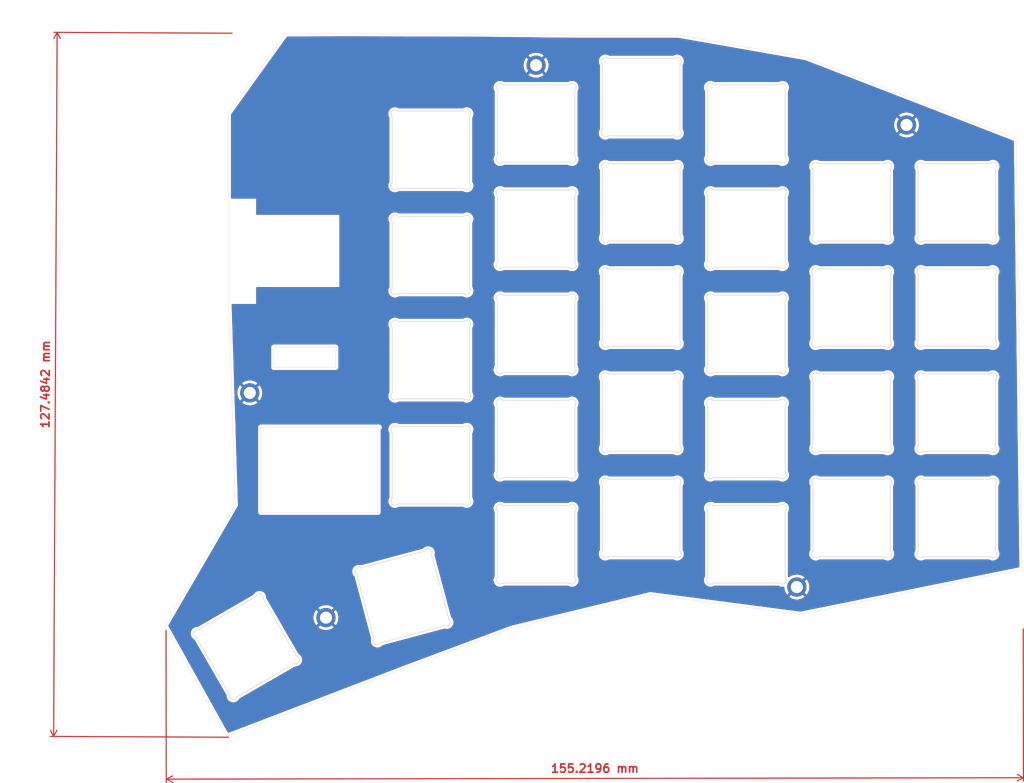
<source format=kicad_pcb>
(kicad_pcb (version 20211014) (generator pcbnew)
  (layers (0 "F.Cu" signal) (31 "B.Cu" signal) (34 "B.Paste" user) (35 "F.Paste" user) (36 "B.SilkS" user "B.Silkscreen") (37 "F.SilkS" user "F.Silkscreen") (38 "B.Mask" user) (39 "F.Mask" user) (44 "Edge.Cuts" user))
  (net 0 "")
  (net 1 "GND")
  (footprint "reversible-kicad-footprints:MX-1U-PlateCutout" (layer "F.Cu") (at 200.025 52.3875)
    (fp_text reference "SW6")
    (fp_text value "SW_Push")
    (fp_line (start -6 -7) (end 6 -7) (layer "Edge.Cuts") (width 0.1))
    (fp_line (start 6 7) (end -6 7) (layer "Edge.Cuts") (width 0.1))
    (fp_line (start -7 6) (end -7 -6) (layer "Edge.Cuts") (width 0.1))
    (fp_line (start 7 -6) (end 7 6) (layer "Edge.Cuts") (width 0.1))
    (fp_arc (start 7 6) (mid 7 7) (end 6 7) (layer "Edge.Cuts") (width 0.1))
    (fp_arc (start -6 7) (mid -7 7) (end -7 6) (layer "Edge.Cuts") (width 0.1))
    (fp_arc (start 6 -7) (mid 7 -7) (end 7 -6) (layer "Edge.Cuts") (width 0.1))
    (fp_arc (start -7 -6) (mid -7 -7) (end -6 -7) (layer "Edge.Cuts") (width 0.1))
  )
  (footprint "reversible-kicad-footprints:MX-1U-PlateCutout" (layer "F.Cu") (at 142.875 76.2)
    (fp_text reference "SW15")
    (fp_text value "SW_Push")
    (fp_line (start -6 -7) (end 6 -7) (layer "Edge.Cuts") (width 0.1))
    (fp_line (start 7 -6) (end 7 6) (layer "Edge.Cuts") (width 0.1))
    (fp_line (start -7 6) (end -7 -6) (layer "Edge.Cuts") (width 0.1))
    (fp_line (start 6 7) (end -6 7) (layer "Edge.Cuts") (width 0.1))
    (fp_arc (start -6 7) (mid -7 7) (end -7 6) (layer "Edge.Cuts") (width 0.1))
    (fp_arc (start 7 6) (mid 7 7) (end 6 7) (layer "Edge.Cuts") (width 0.1))
    (fp_arc (start 6 -7) (mid 7 -7) (end 7 -6) (layer "Edge.Cuts") (width 0.1))
    (fp_arc (start -7 -6) (mid -7 -7) (end -6 -7) (layer "Edge.Cuts") (width 0.1))
  )
  (footprint "reversible-kicad-footprints:MX-1U-PlateCutout" (layer "F.Cu") (at 219.075 52.3875)
    (fp_text reference "SW7")
    (fp_text value "SW_Push")
    (fp_line (start -7 6) (end -7 -6) (layer "Edge.Cuts") (width 0.1))
    (fp_line (start 7 -6) (end 7 6) (layer "Edge.Cuts") (width 0.1))
    (fp_line (start -6 -7) (end 6 -7) (layer "Edge.Cuts") (width 0.1))
    (fp_line (start 6 7) (end -6 7) (layer "Edge.Cuts") (width 0.1))
    (fp_arc (start -7 -6) (mid -7 -7) (end -6 -7) (layer "Edge.Cuts") (width 0.1))
    (fp_arc (start -6 7) (mid -7 7) (end -7 6) (layer "Edge.Cuts") (width 0.1))
    (fp_arc (start 7 6) (mid 7 7) (end 6 7) (layer "Edge.Cuts") (width 0.1))
    (fp_arc (start 6 -7) (mid 7 -7) (end 7 -6) (layer "Edge.Cuts") (width 0.1))
  )
  (footprint "reversible-kicad-footprints:MX-1U-PlateCutout" (layer "F.Cu") (at 142.875 114.3)
    (fp_text reference "SW27")
    (fp_text value "SW_Push")
    (fp_line (start 7 -6) (end 7 6) (layer "Edge.Cuts") (width 0.1))
    (fp_line (start -7 6) (end -7 -6) (layer "Edge.Cuts") (width 0.1))
    (fp_line (start 6 7) (end -6 7) (layer "Edge.Cuts") (width 0.1))
    (fp_line (start -6 -7) (end 6 -7) (layer "Edge.Cuts") (width 0.1))
    (fp_arc (start -7 -6) (mid -7 -7) (end -6 -7) (layer "Edge.Cuts") (width 0.1))
    (fp_arc (start -6 7) (mid -7 7) (end -7 6) (layer "Edge.Cuts") (width 0.1))
    (fp_arc (start 7 6) (mid 7 7) (end 6 7) (layer "Edge.Cuts") (width 0.1))
    (fp_arc (start 6 -7) (mid 7 -7) (end 7 -6) (layer "Edge.Cuts") (width 0.1))
  )
  (footprint "reversible-kicad-footprints:MX-1U-PlateCutout" (layer "F.Cu") (at 123.825 80.9625)
    (fp_text reference "SW14")
    (fp_text value "SW_Push")
    (fp_line (start -6 -7) (end 6 -7) (layer "Edge.Cuts") (width 0.1))
    (fp_line (start 7 -6) (end 7 6) (layer "Edge.Cuts") (width 0.1))
    (fp_line (start -7 6) (end -7 -6) (layer "Edge.Cuts") (width 0.1))
    (fp_line (start 6 7) (end -6 7) (layer "Edge.Cuts") (width 0.1))
    (fp_arc (start 7 6) (mid 7 7) (end 6 7) (layer "Edge.Cuts") (width 0.1))
    (fp_arc (start -6 7) (mid -7 7) (end -7 6) (layer "Edge.Cuts") (width 0.1))
    (fp_arc (start -7 -6) (mid -7 -7) (end -6 -7) (layer "Edge.Cuts") (width 0.1))
    (fp_arc (start 6 -7) (mid 7 -7) (end 7 -6) (layer "Edge.Cuts") (width 0.1))
  )
  (footprint "reversible-kicad-footprints:MX-1U-PlateCutout" (layer "F.Cu") (at 161.925 52.3875)
    (fp_text reference "SW10")
    (fp_text value "SW_Push")
    (fp_line (start -7 6) (end -7 -6) (layer "Edge.Cuts") (width 0.1))
    (fp_line (start -6 -7) (end 6 -7) (layer "Edge.Cuts") (width 0.1))
    (fp_line (start 6 7) (end -6 7) (layer "Edge.Cuts") (width 0.1))
    (fp_line (start 7 -6) (end 7 6) (layer "Edge.Cuts") (width 0.1))
    (fp_arc (start -7 -6) (mid -7 -7) (end -6 -7) (layer "Edge.Cuts") (width 0.1))
    (fp_arc (start 7 6) (mid 7 7) (end 6 7) (layer "Edge.Cuts") (width 0.1))
    (fp_arc (start 6 -7) (mid 7 -7) (end 7 -6) (layer "Edge.Cuts") (width 0.1))
    (fp_arc (start -6 7) (mid -7 7) (end -7 6) (layer "Edge.Cuts") (width 0.1))
  )
  (footprint "reversible-kicad-footprints:MX-1U-PlateCutout" (layer "F.Cu") (at 180.975 95.25)
    (fp_text reference "SW23")
    (fp_text value "SW_Push")
    (fp_line (start -7 6) (end -7 -6) (layer "Edge.Cuts") (width 0.1))
    (fp_line (start 6 7) (end -6 7) (layer "Edge.Cuts") (width 0.1))
    (fp_line (start -6 -7) (end 6 -7) (layer "Edge.Cuts") (width 0.1))
    (fp_line (start 7 -6) (end 7 6) (layer "Edge.Cuts") (width 0.1))
    (fp_arc (start -6 7) (mid -7 7) (end -7 6) (layer "Edge.Cuts") (width 0.1))
    (fp_arc (start 6 -7) (mid 7 -7) (end 7 -6) (layer "Edge.Cuts") (width 0.1))
    (fp_arc (start 7 6) (mid 7 7) (end 6 7) (layer "Edge.Cuts") (width 0.1))
    (fp_arc (start -7 -6) (mid -7 -7) (end -6 -7) (layer "Edge.Cuts") (width 0.1))
  )
  (footprint "MountingHole:MountingHole_2.2mm_M2_ISO7380_Pad" (layer "F.Cu") (at 104.8258 127.5842)
    (fp_text reference "H3" hide)
    (fp_text value "MountingHole")
    (pad "1" thru_hole circle locked (at 0 0) (size 3.5 3.5) (drill 2.2) (layers *.Cu *.Mask) (net 1 "GND"))
  )
  (footprint "reversible-kicad-footprints:MX-1U-PlateCutout" (layer "F.Cu") (at 180.975 76.2)
    (fp_text reference "SW17")
    (fp_text value "SW_Push")
    (fp_line (start -7 6) (end -7 -6) (layer "Edge.Cuts") (width 0.1))
    (fp_line (start -6 -7) (end 6 -7) (layer "Edge.Cuts") (width 0.1))
    (fp_line (start 7 -6) (end 7 6) (layer "Edge.Cuts") (width 0.1))
    (fp_line (start 6 7) (end -6 7) (layer "Edge.Cuts") (width 0.1))
    (fp_arc (start 7 6) (mid 7 7) (end 6 7) (layer "Edge.Cuts") (width 0.1))
    (fp_arc (start 6 -7) (mid 7 -7) (end 7 -6) (layer "Edge.Cuts") (width 0.1))
    (fp_arc (start -7 -6) (mid -7 -7) (end -6 -7) (layer "Edge.Cuts") (width 0.1))
    (fp_arc (start -6 7) (mid -7 7) (end -7 6) (layer "Edge.Cuts") (width 0.1))
  )
  (footprint "Library:hakea-small-mask" (layer "F.Cu") (at 102.5906 39.624)
    (fp_text reference "G***" hide)
    (fp_text value "LOGO" hide)
  )
  (footprint "reversible-kicad-footprints:MX-1U-PlateCutout" (layer "F.Cu") (at 123.825 100.0125)
    (fp_text reference "SW20")
    (fp_text value "SW_Push")
    (fp_line (start 6 7) (end -6 7) (layer "Edge.Cuts") (width 0.1))
    (fp_line (start 7 -6) (end 7 6) (layer "Edge.Cuts") (width 0.1))
    (fp_line (start -6 -7) (end 6 -7) (layer "Edge.Cuts") (width 0.1))
    (fp_line (start -7 6) (end -7 -6) (layer "Edge.Cuts") (width 0.1))
    (fp_arc (start -7 -6) (mid -7 -7) (end -6 -7) (layer "Edge.Cuts") (width 0.1))
    (fp_arc (start 6 -7) (mid 7 -7) (end 7 -6) (layer "Edge.Cuts") (width 0.1))
    (fp_arc (start -6 7) (mid -7 7) (end -7 6) (layer "Edge.Cuts") (width 0.1))
    (fp_arc (start 7 6) (mid 7 7) (end 6 7) (layer "Edge.Cuts") (width 0.1))
  )
  (footprint "reversible-kicad-footprints:MX-1U-PlateCutout" (layer "F.Cu") (at 180.975 38.1)
    (fp_text reference "SW5")
    (fp_text value "SW_Push")
    (fp_line (start -7 6) (end -7 -6) (layer "Edge.Cuts") (width 0.1))
    (fp_line (start 6 7) (end -6 7) (layer "Edge.Cuts") (width 0.1))
    (fp_line (start -6 -7) (end 6 -7) (layer "Edge.Cuts") (width 0.1))
    (fp_line (start 7 -6) (end 7 6) (layer "Edge.Cuts") (width 0.1))
    (fp_arc (start 7 6) (mid 7 7) (end 6 7) (layer "Edge.Cuts") (width 0.1))
    (fp_arc (start 6 -7) (mid 7 -7) (end 7 -6) (layer "Edge.Cuts") (width 0.1))
    (fp_arc (start -6 7) (mid -7 7) (end -7 6) (layer "Edge.Cuts") (width 0.1))
    (fp_arc (start -7 -6) (mid -7 -7) (end -6 -7) (layer "Edge.Cuts") (width 0.1))
  )
  (footprint "reversible-kicad-footprints:MX-1U-PlateCutout" (layer "F.Cu") (at 219.075 71.4375)
    (fp_text reference "SW13")
    (fp_text value "SW_Push")
    (fp_line (start 6 7) (end -6 7) (layer "Edge.Cuts") (width 0.1))
    (fp_line (start -6 -7) (end 6 -7) (layer "Edge.Cuts") (width 0.1))
    (fp_line (start -7 6) (end -7 -6) (layer "Edge.Cuts") (width 0.1))
    (fp_line (start 7 -6) (end 7 6) (layer "Edge.Cuts") (width 0.1))
    (fp_arc (start -6 7) (mid -7 7) (end -7 6) (layer "Edge.Cuts") (width 0.1))
    (fp_arc (start 7 6) (mid 7 7) (end 6 7) (layer "Edge.Cuts") (width 0.1))
    (fp_arc (start -7 -6) (mid -7 -7) (end -6 -7) (layer "Edge.Cuts") (width 0.1))
    (fp_arc (start 6 -7) (mid 7 -7) (end 7 -6) (layer "Edge.Cuts") (width 0.1))
  )
  (footprint "MountingHole:MountingHole_2.2mm_M2_ISO7380_Pad" (layer "F.Cu") (at 209.9564 38.3794)
    (fp_text reference "H5" hide)
    (fp_text value "MountingHole")
    (pad "1" thru_hole circle locked (at 0 0) (size 3.5 3.5) (drill 2.2) (layers *.Cu *.Mask) (net 1 "GND"))
  )
  (footprint "reversible-kicad-footprints:MX-1U-PlateCutout" (layer "F.Cu") (at 161.925 90.4875)
    (fp_text reference "SW22")
    (fp_text value "SW_Push")
    (fp_line (start -7 6) (end -7 -6) (layer "Edge.Cuts") (width 0.1))
    (fp_line (start -6 -7) (end 6 -7) (layer "Edge.Cuts") (width 0.1))
    (fp_line (start 6 7) (end -6 7) (layer "Edge.Cuts") (width 0.1))
    (fp_line (start 7 -6) (end 7 6) (layer "Edge.Cuts") (width 0.1))
    (fp_arc (start -6 7) (mid -7 7) (end -7 6) (layer "Edge.Cuts") (width 0.1))
    (fp_arc (start 6 -7) (mid 7 -7) (end 7 -6) (layer "Edge.Cuts") (width 0.1))
    (fp_arc (start 7 6) (mid 7 7) (end 6 7) (layer "Edge.Cuts") (width 0.1))
    (fp_arc (start -7 -6) (mid -7 -7) (end -6 -7) (layer "Edge.Cuts") (width 0.1))
  )
  (footprint "reversible-kicad-footprints:MX-1U-PlateCutout" (layer "F.Cu") (at 219.075 109.5375)
    (fp_text reference "SW25")
    (fp_text value "SW_Push")
    (fp_line (start -6 -7) (end 6 -7) (layer "Edge.Cuts") (width 0.1))
    (fp_line (start 6 7) (end -6 7) (layer "Edge.Cuts") (width 0.1))
    (fp_line (start 7 -6) (end 7 6) (layer "Edge.Cuts") (width 0.1))
    (fp_line (start -7 6) (end -7 -6) (layer "Edge.Cuts") (width 0.1))
    (fp_arc (start -6 7) (mid -7 7) (end -7 6) (layer "Edge.Cuts") (width 0.1))
    (fp_arc (start 7 6) (mid 7 7) (end 6 7) (layer "Edge.Cuts") (width 0.1))
    (fp_arc (start -7 -6) (mid -7 -7) (end -6 -7) (layer "Edge.Cuts") (width 0.1))
    (fp_arc (start 6 -7) (mid 7 -7) (end 7 -6) (layer "Edge.Cuts") (width 0.1))
  )
  (footprint "reversible-kicad-footprints:MX-1U-PlateCutout" (layer "F.Cu") (at 200.025 109.5375)
    (fp_text reference "SW24")
    (fp_text value "SW_Push")
    (fp_line (start 7 -6) (end 7 6) (layer "Edge.Cuts") (width 0.1))
    (fp_line (start -6 -7) (end 6 -7) (layer "Edge.Cuts") (width 0.1))
    (fp_line (start -7 6) (end -7 -6) (layer "Edge.Cuts") (width 0.1))
    (fp_line (start 6 7) (end -6 7) (layer "Edge.Cuts") (width 0.1))
    (fp_arc (start 7 6) (mid 7 7) (end 6 7) (layer "Edge.Cuts") (width 0.1))
    (fp_arc (start -7 -6) (mid -7 -7) (end -6 -7) (layer "Edge.Cuts") (width 0.1))
    (fp_arc (start -6 7) (mid -7 7) (end -7 6) (layer "Edge.Cuts") (width 0.1))
    (fp_arc (start 6 -7) (mid 7 -7) (end 7 -6) (layer "Edge.Cuts") (width 0.1))
  )
  (footprint "reversible-kicad-footprints:MX-1U-PlateCutout" (layer "F.Cu") (at 161.925 71.4375)
    (fp_text reference "SW16")
    (fp_text value "SW_Push")
    (fp_line (start -7 6) (end -7 -6) (layer "Edge.Cuts") (width 0.1))
    (fp_line (start -6 -7) (end 6 -7) (layer "Edge.Cuts") (width 0.1))
    (fp_line (start 7 -6) (end 7 6) (layer "Edge.Cuts") (width 0.1))
    (fp_line (start 6 7) (end -6 7) (layer "Edge.Cuts") (width 0.1))
    (fp_arc (start 6 -7) (mid 7 -7) (end 7 -6) (layer "Edge.Cuts") (width 0.1))
    (fp_arc (start -7 -6) (mid -7 -7) (end -6 -7) (layer "Edge.Cuts") (width 0.1))
    (fp_arc (start 7 6) (mid 7 7) (end 6 7) (layer "Edge.Cuts") (width 0.1))
    (fp_arc (start -6 7) (mid -7 7) (end -7 6) (layer "Edge.Cuts") (width 0.1))
  )
  (footprint "reversible-kicad-footprints:MX-1U-PlateCutout" (layer "F.Cu") (at 123.825 61.9125)
    (fp_text reference "SW8")
    (fp_text value "SW_Push")
    (fp_line (start 7 -6) (end 7 6) (layer "Edge.Cuts") (width 0.1))
    (fp_line (start 6 7) (end -6 7) (layer "Edge.Cuts") (width 0.1))
    (fp_line (start -6 -7) (end 6 -7) (layer "Edge.Cuts") (width 0.1))
    (fp_line (start -7 6) (end -7 -6) (layer "Edge.Cuts") (width 0.1))
    (fp_arc (start 7 6) (mid 7 7) (end 6 7) (layer "Edge.Cuts") (width 0.1))
    (fp_arc (start -6 7) (mid -7 7) (end -7 6) (layer "Edge.Cuts") (width 0.1))
    (fp_arc (start -7 -6) (mid -7 -7) (end -6 -7) (layer "Edge.Cuts") (width 0.1))
    (fp_arc (start 6 -7) (mid 7 -7) (end 7 -6) (layer "Edge.Cuts") (width 0.1))
  )
  (footprint "reversible-kicad-footprints:MX-1U-PlateCutout" (layer "F.Cu") (at 123.825 42.8625)
    (fp_text reference "SW2")
    (fp_text value "SW_Push")
    (fp_line (start -7 6) (end -7 -6) (layer "Edge.Cuts") (width 0.1))
    (fp_line (start -6 -7) (end 6 -7) (layer "Edge.Cuts") (width 0.1))
    (fp_line (start 6 7) (end -6 7) (layer "Edge.Cuts") (width 0.1))
    (fp_line (start 7 -6) (end 7 6) (layer "Edge.Cuts") (width 0.1))
    (fp_arc (start -7 -6) (mid -7 -7) (end -6 -7) (layer "Edge.Cuts") (width 0.1))
    (fp_arc (start 7 6) (mid 7 7) (end 6 7) (layer "Edge.Cuts") (width 0.1))
    (fp_arc (start 6 -7) (mid 7 -7) (end 7 -6) (layer "Edge.Cuts") (width 0.1))
    (fp_arc (start -6 7) (mid -7 7) (end -7 6) (layer "Edge.Cuts") (width 0.1))
  )
  (footprint "reversible-kicad-footprints:MX-1U-PlateCutout" (layer "F.Cu") (at 142.875 57.15)
    (fp_text reference "SW9")
    (fp_text value "SW_Push")
    (fp_line (start 7 -6) (end 7 6) (layer "Edge.Cuts") (width 0.1))
    (fp_line (start 6 7) (end -6 7) (layer "Edge.Cuts") (width 0.1))
    (fp_line (start -7 6) (end -7 -6) (layer "Edge.Cuts") (width 0.1))
    (fp_line (start -6 -7) (end 6 -7) (layer "Edge.Cuts") (width 0.1))
    (fp_arc (start -6 7) (mid -7 7) (end -7 6) (layer "Edge.Cuts") (width 0.1))
    (fp_arc (start 7 6) (mid 7 7) (end 6 7) (layer "Edge.Cuts") (width 0.1))
    (fp_arc (start 6 -7) (mid 7 -7) (end 7 -6) (layer "Edge.Cuts") (width 0.1))
    (fp_arc (start -7 -6) (mid -7 -7) (end -6 -7) (layer "Edge.Cuts") (width 0.1))
  )
  (footprint "reversible-kicad-footprints:MX-1U-PlateCutout" (layer "F.Cu") (at 142.875 38.1)
    (fp_text reference "SW3")
    (fp_text value "SW_Push")
    (fp_line (start -7 6) (end -7 -6) (layer "Edge.Cuts") (width 0.1))
    (fp_line (start 6 7) (end -6 7) (layer "Edge.Cuts") (width 0.1))
    (fp_line (start -6 -7) (end 6 -7) (layer "Edge.Cuts") (width 0.1))
    (fp_line (start 7 -6) (end 7 6) (layer "Edge.Cuts") (width 0.1))
    (fp_arc (start 6 -7) (mid 7 -7) (end 7 -6) (layer "Edge.Cuts") (width 0.1))
    (fp_arc (start -7 -6) (mid -7 -7) (end -6 -7) (layer "Edge.Cuts") (width 0.1))
    (fp_arc (start 7 6) (mid 7 7) (end 6 7) (layer "Edge.Cuts") (width 0.1))
    (fp_arc (start -6 7) (mid -7 7) (end -7 6) (layer "Edge.Cuts") (width 0.1))
  )
  (footprint "reversible-kicad-footprints:MX-1U-PlateCutout" (layer "F.Cu") (at 161.925 109.5375)
    (fp_text reference "SW30")
    (fp_text value "SW_Push")
    (fp_line (start -7 6) (end -7 -6) (layer "Edge.Cuts") (width 0.1))
    (fp_line (start 7 -6) (end 7 6) (layer "Edge.Cuts") (width 0.1))
    (fp_line (start -6 -7) (end 6 -7) (layer "Edge.Cuts") (width 0.1))
    (fp_line (start 6 7) (end -6 7) (layer "Edge.Cuts") (width 0.1))
    (fp_arc (start 6 -7) (mid 7 -7) (end 7 -6) (layer "Edge.Cuts") (width 0.1))
    (fp_arc (start -7 -6) (mid -7 -7) (end -6 -7) (layer "Edge.Cuts") (width 0.1))
    (fp_arc (start 7 6) (mid 7 7) (end 6 7) (layer "Edge.Cuts") (width 0.1))
    (fp_arc (start -6 7) (mid -7 7) (end -7 6) (layer "Edge.Cuts") (width 0.1))
  )
  (footprint "reversible-kicad-footprints:MX-1U-PlateCutout" (layer "F.Cu") (at 219.075 90.4875)
    (fp_text reference "SW19")
    (fp_text value "SW_Push")
    (fp_line (start 7 -6) (end 7 6) (layer "Edge.Cuts") (width 0.1))
    (fp_line (start -7 6) (end -7 -6) (layer "Edge.Cuts") (width 0.1))
    (fp_line (start 6 7) (end -6 7) (layer "Edge.Cuts") (width 0.1))
    (fp_line (start -6 -7) (end 6 -7) (layer "Edge.Cuts") (width 0.1))
    (fp_arc (start -6 7) (mid -7 7) (end -7 6) (layer "Edge.Cuts") (width 0.1))
    (fp_arc (start -7 -6) (mid -7 -7) (end -6 -7) (layer "Edge.Cuts") (width 0.1))
    (fp_arc (start 7 6) (mid 7 7) (end 6 7) (layer "Edge.Cuts") (width 0.1))
    (fp_arc (start 6 -7) (mid 7 -7) (end 7 -6) (layer "Edge.Cuts") (width 0.1))
  )
  (footprint "reversible-kicad-footprints:MX-1U-PlateCutout" (layer "F.Cu") (at 180.975 57.15)
    (fp_text reference "SW11")
    (fp_text value "SW_Push")
    (fp_line (start -6 -7) (end 6 -7) (layer "Edge.Cuts") (width 0.1))
    (fp_line (start 6 7) (end -6 7) (layer "Edge.Cuts") (width 0.1))
    (fp_line (start 7 -6) (end 7 6) (layer "Edge.Cuts") (width 0.1))
    (fp_line (start -7 6) (end -7 -6) (layer "Edge.Cuts") (width 0.1))
    (fp_arc (start 7 6) (mid 7 7) (end 6 7) (layer "Edge.Cuts") (width 0.1))
    (fp_arc (start -6 7) (mid -7 7) (end -7 6) (layer "Edge.Cuts") (width 0.1))
    (fp_arc (start 6 -7) (mid 7 -7) (end 7 -6) (layer "Edge.Cuts") (width 0.1))
    (fp_arc (start -7 -6) (mid -7 -7) (end -6 -7) (layer "Edge.Cuts") (width 0.1))
  )
  (footprint "Library:tkw-small" (layer "F.Cu") (at 100.4062 118.5164)
    (fp_text reference "G***" hide)
    (fp_text value "LOGO" hide)
  )
  (footprint "reversible-kicad-footprints:MX-1U-PlateCutout" (layer "F.Cu") (at 180.975 114.3)
    (fp_text reference "SW29")
    (fp_text value "SW_Push")
    (fp_line (start 7 -6) (end 7 6) (layer "Edge.Cuts") (width 0.1))
    (fp_line (start 6 7) (end -6 7) (layer "Edge.Cuts") (width 0.1))
    (fp_line (start -7 6) (end -7 -6) (layer "Edge.Cuts") (width 0.1))
    (fp_line (start -6 -7) (end 6 -7) (layer "Edge.Cuts") (width 0.1))
    (fp_arc (start 6 -7) (mid 7 -7) (end 7 -6) (layer "Edge.Cuts") (width 0.1))
    (fp_arc (start 7 6) (mid 7 7) (end 6 7) (layer "Edge.Cuts") (width 0.1))
    (fp_arc (start -7 -6) (mid -7 -7) (end -6 -7) (layer "Edge.Cuts") (width 0.1))
    (fp_arc (start -6 7) (mid -7 7) (end -7 6) (layer "Edge.Cuts") (width 0.1))
  )
  (footprint "reversible-kicad-footprints:MX-1U-PlateCutout" (layer "F.Cu") (at 142.875 95.25)
    (fp_text reference "SW21")
    (fp_text value "SW_Push")
    (fp_line (start -6 -7) (end 6 -7) (layer "Edge.Cuts") (width 0.1))
    (fp_line (start -7 6) (end -7 -6) (layer "Edge.Cuts") (width 0.1))
    (fp_line (start 7 -6) (end 7 6) (layer "Edge.Cuts") (width 0.1))
    (fp_line (start 6 7) (end -6 7) (layer "Edge.Cuts") (width 0.1))
    (fp_arc (start -6 7) (mid -7 7) (end -7 6) (layer "Edge.Cuts") (width 0.1))
    (fp_arc (start 7 6) (mid 7 7) (end 6 7) (layer "Edge.Cuts") (width 0.1))
    (fp_arc (start -7 -6) (mid -7 -7) (end -6 -7) (layer "Edge.Cuts") (width 0.1))
    (fp_arc (start 6 -7) (mid 7 -7) (end 7 -6) (layer "Edge.Cuts") (width 0.1))
  )
  (footprint "reversible-kicad-footprints:MX-1U-PlateCutout" (layer "F.Cu") (at 161.925 33.3375)
    (fp_text reference "SW4")
    (fp_text value "SW_Push")
    (fp_line (start -7 6) (end -7 -6) (layer "Edge.Cuts") (width 0.1))
    (fp_line (start -6 -7) (end 6 -7) (layer "Edge.Cuts") (width 0.1))
    (fp_line (start 6 7) (end -6 7) (layer "Edge.Cuts") (width 0.1))
    (fp_line (start 7 -6) (end 7 6) (layer "Edge.Cuts") (width 0.1))
    (fp_arc (start 6 -7) (mid 7 -7) (end 7 -6) (layer "Edge.Cuts") (width 0.1))
    (fp_arc (start -6 7) (mid -7 7) (end -7 6) (layer "Edge.Cuts") (width 0.1))
    (fp_arc (start -7 -6) (mid -7 -7) (end -6 -7) (layer "Edge.Cuts") (width 0.1))
    (fp_arc (start 7 6) (mid 7 7) (end 6 7) (layer "Edge.Cuts") (width 0.1))
  )
  (footprint "MountingHole:MountingHole_2.2mm_M2_ISO7380_Pad" (layer "F.Cu") (at 190.0936 122.047)
    (fp_text reference "H4" hide)
    (fp_text value "MountingHole")
    (pad "1" thru_hole circle locked (at 0 0) (size 3.5 3.5) (drill 2.2) (layers *.Cu *.Mask) (net 1 "GND"))
  )
  (footprint "MountingHole:MountingHole_2.2mm_M2_ISO7380_Pad" (layer "F.Cu") (at 142.875 27.559)
    (fp_text reference "H6" hide)
    (fp_text value "MountingHole")
    (pad "1" thru_hole circle locked (at 0 0) (size 3.5 3.5) (drill 2.2) (layers *.Cu *.Mask) (net 1 "GND"))
  )
  (footprint "reversible-kicad-footprints:MX-1U-PlateCutout" (layer "F.Cu") (at 200.025 71.4375)
    (fp_text reference "SW12")
    (fp_text value "SW_Push")
    (fp_line (start -7 6) (end -7 -6) (layer "Edge.Cuts") (width 0.1))
    (fp_line (start 7 -6) (end 7 6) (layer "Edge.Cuts") (width 0.1))
    (fp_line (start 6 7) (end -6 7) (layer "Edge.Cuts") (width 0.1))
    (fp_line (start -6 -7) (end 6 -7) (layer "Edge.Cuts") (width 0.1))
    (fp_arc (start 6 -7) (mid 7 -7) (end 7 -6) (layer "Edge.Cuts") (width 0.1))
    (fp_arc (start -6 7) (mid -7 7) (end -7 6) (layer "Edge.Cuts") (width 0.1))
    (fp_arc (start 7 6) (mid 7 7) (end 6 7) (layer "Edge.Cuts") (width 0.1))
    (fp_arc (start -7 -6) (mid -7 -7) (end -6 -7) (layer "Edge.Cuts") (width 0.1))
  )
  (footprint "reversible-kicad-footprints:MX-1U-PlateCutout" (layer "F.Cu") (at 200.025 90.4875)
    (fp_text reference "SW18")
    (fp_text value "SW_Push")
    (fp_line (start 7 -6) (end 7 6) (layer "Edge.Cuts") (width 0.1))
    (fp_line (start -6 -7) (end 6 -7) (layer "Edge.Cuts") (width 0.1))
    (fp_line (start -7 6) (end -7 -6) (layer "Edge.Cuts") (width 0.1))
    (fp_line (start 6 7) (end -6 7) (layer "Edge.Cuts") (width 0.1))
    (fp_arc (start 7 6) (mid 7 7) (end 6 7) (layer "Edge.Cuts") (width 0.1))
    (fp_arc (start -7 -6) (mid -7 -7) (end -6 -7) (layer "Edge.Cuts") (width 0.1))
    (fp_arc (start 6 -7) (mid 7 -7) (end 7 -6) (layer "Edge.Cuts") (width 0.1))
    (fp_arc (start -6 7) (mid -7 7) (end -7 6) (layer "Edge.Cuts") (width 0.1))
  )
  (footprint "reversible-kicad-footprints:MX-1U-PlateCutout" (layer "F.Cu") (at 118.745 123.825 15)
    (fp_text reference "SW26")
    (fp_text value "SW_Push")
    (fp_line (start 7 -6) (end 7 6) (layer "Edge.Cuts") (width 0.1))
    (fp_line (start 6 7) (end -6 7) (layer "Edge.Cuts") (width 0.1))
    (fp_line (start -6 -7) (end 6 -7) (layer "Edge.Cuts") (width 0.1))
    (fp_line (start -7 6) (end -7 -6) (layer "Edge.Cuts") (width 0.1))
    (fp_arc (start -7 -6) (mid -7 -7) (end -6 -7) (layer "Edge.Cuts") (width 0.1))
    (fp_arc (start 6 -7) (mid 7 -7) (end 7 -6) (layer "Edge.Cuts") (width 0.1))
    (fp_arc (start 7 6) (mid 7 7) (end 6 7) (layer "Edge.Cuts") (width 0.1))
    (fp_arc (start -6 7) (mid -7 7) (end -7 6) (layer "Edge.Cuts") (width 0.1))
  )
  (footprint "reversible-kicad-footprints:MX-1U-PlateCutout" (layer "F.Cu") (at 90.424 132.842 30)
    (fp_text reference "SW28")
    (fp_text value "SW_Push")
    (fp_line (start 6 7) (end -6 7) (layer "Edge.Cuts") (width 0.1))
    (fp_line (start -7 6) (end -7 -6) (layer "Edge.Cuts") (width 0.1))
    (fp_line (start -6 -7) (end 6 -7) (layer "Edge.Cuts") (width 0.1))
    (fp_line (start 7 -6) (end 7 6) (layer "Edge.Cuts") (width 0.1))
    (fp_arc (start -6 7) (mid -7 7) (end -7 6) (layer "Edge.Cuts") (width 0.1))
    (fp_arc (start -7 -6) (mid -7 -7) (end -6 -7) (layer "Edge.Cuts") (width 0.1))
    (fp_arc (start 7 6) (mid 7 7) (end 6 7) (layer "Edge.Cuts") (width 0.1))
    (fp_arc (start 6 -7) (mid 7 -7) (end 7 -6) (layer "Edge.Cuts") (width 0.1))
  )
  (footprint "MountingHole:MountingHole_2.2mm_M2_ISO7380_Pad" (layer "F.Cu") (at 91.0336 86.8934)
    (fp_text reference "H2" hide)
    (fp_text value "MountingHole")
    (pad "1" thru_hole circle locked (at 0 0) (size 3.5 3.5) (drill 2.2) (layers *.Cu *.Mask) (net 1 "GND"))
  )
  (footprint "Library:hakea-small-mask" (layer "B.Cu") (at 102.5906 39.5732 180)
    (fp_text reference "G***" hide)
    (fp_text value "LOGO" hide)
  )
  (footprint "Library:tkw-small" (layer "B.Cu") (at 100.3554 118.4402 180)
    (fp_text reference "G***" hide)
    (fp_text value "LOGO" hide)
  )
  (gr_line (start 106.5784 82.2452) (end 95.4024 82.2452) (layer "Edge.Cuts") (width 0.05))
  (gr_line (start 114.2492 108.4834) (end 93.0402 108.4834) (layer "Edge.Cuts") (width 0.05))
  (gr_line (start 93.0402 108.4834) (end 93.0402 93.1164) (layer "Edge.Cuts") (width 0.05))
  (gr_line (start 95.4024 78.6384) (end 106.5784 78.6384) (layer "Edge.Cuts") (width 0.05))
  (gr_line (start 95.4024 82.2452) (end 95.4024 78.6384) (layer "Edge.Cuts") (width 0.05))
  (gr_line (start 106.5784 78.6384) (end 106.5784 82.2452) (layer "Edge.Cuts") (width 0.05))
  (gr_line (start 114.2492 93.1164) (end 114.2492 108.4834) (layer "Edge.Cuts") (width 0.05))
  (gr_line (start 93.0402 93.1164) (end 114.2492 93.1164) (layer "Edge.Cuts") (width 0.05))
  (gr_poly (pts (xy 131.1656 21.8948) (xy 132.207 21.8948) (xy 151.13 22.098) (xy 168.656 22.098) (xy 191.77 26.162) (xy 229.87 40.894) (xy 230.886 118.872) (xy 190.754 127) (xy 163.576 123.444) (xy 138.43 129.54) (xy 119.38 136.652) (xy 86.868 149.098) (xy 75.692 129.032) (xy 88.392 107.188) (xy 87.122 66.802) (xy 87.122 36.322) (xy 97.536 21.844) (xy 99.949 21.844) (xy 100.838 21.844) (xy 108.5088 21.8186) (xy 109.1184 21.8186) (xy 127.254 21.8694) (xy 127.6858 21.8694)) (layer "Edge.Cuts") (width 0.05) (fill none))
  (dimension (type aligned) (layer "F.Cu") (pts (xy 75.8698 129.3876) (xy 231.0892 129.1336)) (height 27.438896) (gr_text "155.2196 mm" (at 153.521455 154.899461 0.09375835112) (layer "F.Cu") (effects (font (size 1.5 1.5) (thickness 0.3)))) (format (units 3) (units_format 1) (precision 4)) (style (thickness 0.2) (arrow_length 1.27) (text_position_mode 0) (extension_height 0.58642) (extension_offset 0.5) keep_text_aligned))
  (dimension (type aligned) (layer "F.Cu") (pts (xy 87.7062 149.2504) (xy 88.3412 21.7678)) (height -32.190353) (gr_text "127.4842 mm" (at 54.033768 85.339794 89.71460796) (layer "F.Cu") (effects (font (size 1.5 1.5) (thickness 0.3)))) (format (units 3) (units_format 1) (precision 4)) (style (thickness 0.2) (arrow_length 1.27) (text_position_mode 0) (extension_height 0.58642) (extension_offset 0.5) keep_text_aligned))
  (zone (net 0) (net_name "") (layers F&B.Cu) (connect_pads (clearance 0)) (min_thickness 0.254)
    (keepout (tracks not_allowed) (vias not_allowed) (pads not_allowed) (copperpour not_allowed) (footprints allowed))
    (fill (thermal_gap 0.508) (thermal_bridge_width 0.508))
    (polygon (pts (xy 107.2642 67.7164) (xy 87.0204 67.7164) (xy 87.0204 54.6354) (xy 107.2642 54.6354)))
  )
  (zone (net 1) (net_name "GND") (layers F&B.Cu) (name "GND") (connect_pads (clearance 0.508)) (min_thickness 0.254) (fill yes (thermal_gap 0.508) (thermal_bridge_width 0.508))
    (polygon (pts (xy 230.886 119.126) (xy 88.2142 157.1752) (xy 80.6958 147.9296) (xy 64.4652 131.8768) (xy 87.376 25.908) (xy 88.646 17.272) (xy 230.378 15.748)))
  )
  (zone (net 0) (net_name "") (layers F&B.Cu) (name "Antenna") (connect_pads (clearance 0)) (min_thickness 0.254)
    (keepout (tracks not_allowed) (vias not_allowed) (pads not_allowed) (copperpour not_allowed) (footprints allowed))
    (fill (thermal_gap 0.508) (thermal_bridge_width 0.508))
    (polygon (pts (xy 92.202 70.7898) (xy 87.122 70.7898) (xy 87.122 51.7144) (xy 92.202 51.7144)))
  )
)
</source>
